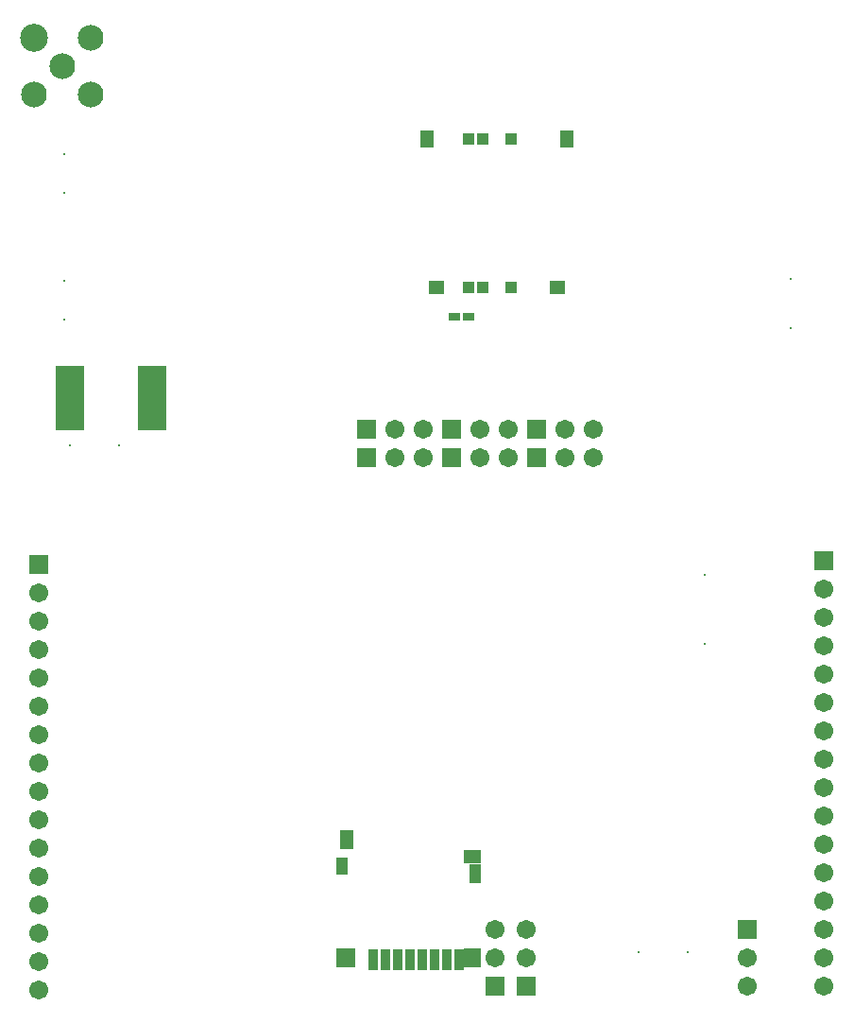
<source format=gbs>
G04*
G04 #@! TF.GenerationSoftware,Altium Limited,Altium Designer,18.1.9 (240)*
G04*
G04 Layer_Color=16711935*
%FSLAX44Y44*%
%MOMM*%
G71*
G01*
G75*
%ADD80R,1.0032X0.8032*%
%ADD129R,1.7032X1.7032*%
%ADD130C,1.7032*%
%ADD131C,0.2032*%
%ADD132R,1.7032X1.7032*%
%ADD133C,2.3032*%
%ADD134C,2.5032*%
%ADD160R,2.5032X5.8032*%
%ADD161R,1.1032X1.0032*%
%ADD162R,1.4032X1.1532*%
%ADD163R,1.1532X1.6032*%
%ADD164R,1.5032X1.7032*%
%ADD165R,1.5032X1.2032*%
%ADD166R,1.0032X1.7032*%
%ADD167R,0.9032X1.9532*%
%ADD168R,1.0032X1.6032*%
%ADD169R,1.2032X1.7532*%
D80*
X408000Y621300D02*
D03*
X396000D02*
D03*
D129*
X460299Y22301D02*
D03*
X431997Y22300D02*
D03*
X658000Y73099D02*
D03*
X727100Y403300D02*
D03*
X23000Y399600D02*
D03*
D130*
X460299Y47701D02*
D03*
Y73101D02*
D03*
X431997Y47700D02*
D03*
Y73100D02*
D03*
X367501Y495001D02*
D03*
X342101D02*
D03*
X367501Y520401D02*
D03*
X342101D02*
D03*
X519900Y494999D02*
D03*
X494500D02*
D03*
X519900Y520400D02*
D03*
X494500D02*
D03*
X443699Y495000D02*
D03*
X418299D02*
D03*
X443699Y520399D02*
D03*
X418299D02*
D03*
X658000Y22299D02*
D03*
Y47699D02*
D03*
X727100Y377900D02*
D03*
Y352500D02*
D03*
Y327100D02*
D03*
Y301700D02*
D03*
Y276300D02*
D03*
Y250900D02*
D03*
Y225500D02*
D03*
Y200100D02*
D03*
Y174700D02*
D03*
Y149300D02*
D03*
Y123900D02*
D03*
Y98500D02*
D03*
Y73100D02*
D03*
Y47700D02*
D03*
Y22300D02*
D03*
X23000Y18600D02*
D03*
Y44000D02*
D03*
Y69400D02*
D03*
Y94800D02*
D03*
Y120200D02*
D03*
Y145600D02*
D03*
Y171000D02*
D03*
Y196400D02*
D03*
Y221800D02*
D03*
Y247200D02*
D03*
Y272600D02*
D03*
Y298000D02*
D03*
Y323400D02*
D03*
Y348800D02*
D03*
Y374200D02*
D03*
D131*
X51000Y506000D02*
D03*
X95000D02*
D03*
X620000Y328300D02*
D03*
Y390300D02*
D03*
X697000Y655600D02*
D03*
Y611600D02*
D03*
X46300Y618650D02*
D03*
Y653650D02*
D03*
X46300Y767050D02*
D03*
Y732050D02*
D03*
X605200Y52580D02*
D03*
X561200D02*
D03*
D132*
X298500Y47250D02*
D03*
X316701Y495001D02*
D03*
Y520401D02*
D03*
X469100Y494999D02*
D03*
Y520400D02*
D03*
X392899Y495000D02*
D03*
Y520399D02*
D03*
D133*
X44600Y845600D02*
D03*
X19200Y820200D02*
D03*
X70000D02*
D03*
Y871000D02*
D03*
D134*
X19200D02*
D03*
D160*
X51000Y549000D02*
D03*
X125000D02*
D03*
D161*
X408301Y647749D02*
D03*
X420701D02*
D03*
X446101D02*
D03*
X408301Y780849D02*
D03*
X420701D02*
D03*
X446101D02*
D03*
D162*
X379751Y647749D02*
D03*
X488251D02*
D03*
D163*
X371401Y780849D02*
D03*
X496601D02*
D03*
D164*
X412000Y47250D02*
D03*
D165*
X412150Y138250D02*
D03*
D166*
X414750Y123250D02*
D03*
D167*
X400000Y46000D02*
D03*
X389000D02*
D03*
X378000D02*
D03*
X367000D02*
D03*
X356000D02*
D03*
X345000D02*
D03*
X334000D02*
D03*
X323000D02*
D03*
D168*
X295310Y129360D02*
D03*
D169*
X299120Y153490D02*
D03*
M02*

</source>
